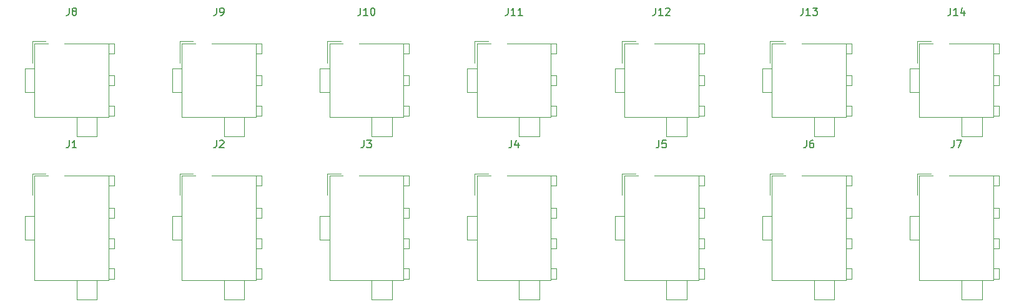
<source format=gbr>
G04 #@! TF.GenerationSoftware,KiCad,Pcbnew,(5.1.5)-3*
G04 #@! TF.CreationDate,2020-07-06T01:22:06-04:00*
G04 #@! TF.ProjectId,Master_slave Connector,4d617374-6572-45f7-936c-61766520436f,rev?*
G04 #@! TF.SameCoordinates,Original*
G04 #@! TF.FileFunction,Legend,Top*
G04 #@! TF.FilePolarity,Positive*
%FSLAX46Y46*%
G04 Gerber Fmt 4.6, Leading zero omitted, Abs format (unit mm)*
G04 Created by KiCad (PCBNEW (5.1.5)-3) date 2020-07-06 01:22:06*
%MOMM*%
%LPD*%
G04 APERTURE LIST*
%ADD10C,0.120000*%
%ADD11C,0.150000*%
G04 APERTURE END LIST*
D10*
X85938698Y-99515000D02*
X84087000Y-99515000D01*
X84087000Y-99515000D02*
X84087000Y-113705000D01*
X84087000Y-113705000D02*
X87042000Y-113705000D01*
X88145302Y-99515000D02*
X94137000Y-99515000D01*
X94137000Y-99515000D02*
X94137000Y-113705000D01*
X94137000Y-113705000D02*
X87042000Y-113705000D01*
X84087000Y-105000000D02*
X82787000Y-105000000D01*
X82787000Y-105000000D02*
X82787000Y-108220000D01*
X82787000Y-108220000D02*
X84087000Y-108220000D01*
X94137000Y-99515000D02*
X94897000Y-99515000D01*
X94897000Y-99515000D02*
X94897000Y-100875000D01*
X94897000Y-100875000D02*
X94137000Y-100875000D01*
X89802000Y-113705000D02*
X89802000Y-116296000D01*
X89802000Y-116296000D02*
X92562000Y-116296000D01*
X92562000Y-116296000D02*
X92562000Y-113705000D01*
X94137000Y-103860000D02*
X94897000Y-103860000D01*
X94897000Y-103860000D02*
X94897000Y-105220000D01*
X94897000Y-105220000D02*
X94137000Y-105220000D01*
X94137000Y-108000000D02*
X94897000Y-108000000D01*
X94897000Y-108000000D02*
X94897000Y-109360000D01*
X94897000Y-109360000D02*
X94137000Y-109360000D01*
X94137000Y-112140000D02*
X94897000Y-112140000D01*
X94897000Y-112140000D02*
X94897000Y-113500000D01*
X94897000Y-113500000D02*
X94137000Y-113500000D01*
X85621340Y-99215000D02*
X83787000Y-99215000D01*
X83787000Y-99215000D02*
X83787000Y-102125000D01*
X103787000Y-99215000D02*
X103787000Y-102125000D01*
X105621340Y-99215000D02*
X103787000Y-99215000D01*
X114897000Y-113500000D02*
X114137000Y-113500000D01*
X114897000Y-112140000D02*
X114897000Y-113500000D01*
X114137000Y-112140000D02*
X114897000Y-112140000D01*
X114897000Y-109360000D02*
X114137000Y-109360000D01*
X114897000Y-108000000D02*
X114897000Y-109360000D01*
X114137000Y-108000000D02*
X114897000Y-108000000D01*
X114897000Y-105220000D02*
X114137000Y-105220000D01*
X114897000Y-103860000D02*
X114897000Y-105220000D01*
X114137000Y-103860000D02*
X114897000Y-103860000D01*
X112562000Y-116296000D02*
X112562000Y-113705000D01*
X109802000Y-116296000D02*
X112562000Y-116296000D01*
X109802000Y-113705000D02*
X109802000Y-116296000D01*
X114897000Y-100875000D02*
X114137000Y-100875000D01*
X114897000Y-99515000D02*
X114897000Y-100875000D01*
X114137000Y-99515000D02*
X114897000Y-99515000D01*
X102787000Y-108220000D02*
X104087000Y-108220000D01*
X102787000Y-105000000D02*
X102787000Y-108220000D01*
X104087000Y-105000000D02*
X102787000Y-105000000D01*
X114137000Y-113705000D02*
X107042000Y-113705000D01*
X114137000Y-99515000D02*
X114137000Y-113705000D01*
X108145302Y-99515000D02*
X114137000Y-99515000D01*
X104087000Y-113705000D02*
X107042000Y-113705000D01*
X104087000Y-99515000D02*
X104087000Y-113705000D01*
X105938698Y-99515000D02*
X104087000Y-99515000D01*
X125938698Y-99515000D02*
X124087000Y-99515000D01*
X124087000Y-99515000D02*
X124087000Y-113705000D01*
X124087000Y-113705000D02*
X127042000Y-113705000D01*
X128145302Y-99515000D02*
X134137000Y-99515000D01*
X134137000Y-99515000D02*
X134137000Y-113705000D01*
X134137000Y-113705000D02*
X127042000Y-113705000D01*
X124087000Y-105000000D02*
X122787000Y-105000000D01*
X122787000Y-105000000D02*
X122787000Y-108220000D01*
X122787000Y-108220000D02*
X124087000Y-108220000D01*
X134137000Y-99515000D02*
X134897000Y-99515000D01*
X134897000Y-99515000D02*
X134897000Y-100875000D01*
X134897000Y-100875000D02*
X134137000Y-100875000D01*
X129802000Y-113705000D02*
X129802000Y-116296000D01*
X129802000Y-116296000D02*
X132562000Y-116296000D01*
X132562000Y-116296000D02*
X132562000Y-113705000D01*
X134137000Y-103860000D02*
X134897000Y-103860000D01*
X134897000Y-103860000D02*
X134897000Y-105220000D01*
X134897000Y-105220000D02*
X134137000Y-105220000D01*
X134137000Y-108000000D02*
X134897000Y-108000000D01*
X134897000Y-108000000D02*
X134897000Y-109360000D01*
X134897000Y-109360000D02*
X134137000Y-109360000D01*
X134137000Y-112140000D02*
X134897000Y-112140000D01*
X134897000Y-112140000D02*
X134897000Y-113500000D01*
X134897000Y-113500000D02*
X134137000Y-113500000D01*
X125621340Y-99215000D02*
X123787000Y-99215000D01*
X123787000Y-99215000D02*
X123787000Y-102125000D01*
X143787000Y-99215000D02*
X143787000Y-102125000D01*
X145621340Y-99215000D02*
X143787000Y-99215000D01*
X154897000Y-113500000D02*
X154137000Y-113500000D01*
X154897000Y-112140000D02*
X154897000Y-113500000D01*
X154137000Y-112140000D02*
X154897000Y-112140000D01*
X154897000Y-109360000D02*
X154137000Y-109360000D01*
X154897000Y-108000000D02*
X154897000Y-109360000D01*
X154137000Y-108000000D02*
X154897000Y-108000000D01*
X154897000Y-105220000D02*
X154137000Y-105220000D01*
X154897000Y-103860000D02*
X154897000Y-105220000D01*
X154137000Y-103860000D02*
X154897000Y-103860000D01*
X152562000Y-116296000D02*
X152562000Y-113705000D01*
X149802000Y-116296000D02*
X152562000Y-116296000D01*
X149802000Y-113705000D02*
X149802000Y-116296000D01*
X154897000Y-100875000D02*
X154137000Y-100875000D01*
X154897000Y-99515000D02*
X154897000Y-100875000D01*
X154137000Y-99515000D02*
X154897000Y-99515000D01*
X142787000Y-108220000D02*
X144087000Y-108220000D01*
X142787000Y-105000000D02*
X142787000Y-108220000D01*
X144087000Y-105000000D02*
X142787000Y-105000000D01*
X154137000Y-113705000D02*
X147042000Y-113705000D01*
X154137000Y-99515000D02*
X154137000Y-113705000D01*
X148145302Y-99515000D02*
X154137000Y-99515000D01*
X144087000Y-113705000D02*
X147042000Y-113705000D01*
X144087000Y-99515000D02*
X144087000Y-113705000D01*
X145938698Y-99515000D02*
X144087000Y-99515000D01*
X165938698Y-99515000D02*
X164087000Y-99515000D01*
X164087000Y-99515000D02*
X164087000Y-113705000D01*
X164087000Y-113705000D02*
X167042000Y-113705000D01*
X168145302Y-99515000D02*
X174137000Y-99515000D01*
X174137000Y-99515000D02*
X174137000Y-113705000D01*
X174137000Y-113705000D02*
X167042000Y-113705000D01*
X164087000Y-105000000D02*
X162787000Y-105000000D01*
X162787000Y-105000000D02*
X162787000Y-108220000D01*
X162787000Y-108220000D02*
X164087000Y-108220000D01*
X174137000Y-99515000D02*
X174897000Y-99515000D01*
X174897000Y-99515000D02*
X174897000Y-100875000D01*
X174897000Y-100875000D02*
X174137000Y-100875000D01*
X169802000Y-113705000D02*
X169802000Y-116296000D01*
X169802000Y-116296000D02*
X172562000Y-116296000D01*
X172562000Y-116296000D02*
X172562000Y-113705000D01*
X174137000Y-103860000D02*
X174897000Y-103860000D01*
X174897000Y-103860000D02*
X174897000Y-105220000D01*
X174897000Y-105220000D02*
X174137000Y-105220000D01*
X174137000Y-108000000D02*
X174897000Y-108000000D01*
X174897000Y-108000000D02*
X174897000Y-109360000D01*
X174897000Y-109360000D02*
X174137000Y-109360000D01*
X174137000Y-112140000D02*
X174897000Y-112140000D01*
X174897000Y-112140000D02*
X174897000Y-113500000D01*
X174897000Y-113500000D02*
X174137000Y-113500000D01*
X165621340Y-99215000D02*
X163787000Y-99215000D01*
X163787000Y-99215000D02*
X163787000Y-102125000D01*
X183787000Y-99215000D02*
X183787000Y-102125000D01*
X185621340Y-99215000D02*
X183787000Y-99215000D01*
X194897000Y-113500000D02*
X194137000Y-113500000D01*
X194897000Y-112140000D02*
X194897000Y-113500000D01*
X194137000Y-112140000D02*
X194897000Y-112140000D01*
X194897000Y-109360000D02*
X194137000Y-109360000D01*
X194897000Y-108000000D02*
X194897000Y-109360000D01*
X194137000Y-108000000D02*
X194897000Y-108000000D01*
X194897000Y-105220000D02*
X194137000Y-105220000D01*
X194897000Y-103860000D02*
X194897000Y-105220000D01*
X194137000Y-103860000D02*
X194897000Y-103860000D01*
X192562000Y-116296000D02*
X192562000Y-113705000D01*
X189802000Y-116296000D02*
X192562000Y-116296000D01*
X189802000Y-113705000D02*
X189802000Y-116296000D01*
X194897000Y-100875000D02*
X194137000Y-100875000D01*
X194897000Y-99515000D02*
X194897000Y-100875000D01*
X194137000Y-99515000D02*
X194897000Y-99515000D01*
X182787000Y-108220000D02*
X184087000Y-108220000D01*
X182787000Y-105000000D02*
X182787000Y-108220000D01*
X184087000Y-105000000D02*
X182787000Y-105000000D01*
X194137000Y-113705000D02*
X187042000Y-113705000D01*
X194137000Y-99515000D02*
X194137000Y-113705000D01*
X188145302Y-99515000D02*
X194137000Y-99515000D01*
X184087000Y-113705000D02*
X187042000Y-113705000D01*
X184087000Y-99515000D02*
X184087000Y-113705000D01*
X185938698Y-99515000D02*
X184087000Y-99515000D01*
X205938698Y-99515000D02*
X204087000Y-99515000D01*
X204087000Y-99515000D02*
X204087000Y-113705000D01*
X204087000Y-113705000D02*
X207042000Y-113705000D01*
X208145302Y-99515000D02*
X214137000Y-99515000D01*
X214137000Y-99515000D02*
X214137000Y-113705000D01*
X214137000Y-113705000D02*
X207042000Y-113705000D01*
X204087000Y-105000000D02*
X202787000Y-105000000D01*
X202787000Y-105000000D02*
X202787000Y-108220000D01*
X202787000Y-108220000D02*
X204087000Y-108220000D01*
X214137000Y-99515000D02*
X214897000Y-99515000D01*
X214897000Y-99515000D02*
X214897000Y-100875000D01*
X214897000Y-100875000D02*
X214137000Y-100875000D01*
X209802000Y-113705000D02*
X209802000Y-116296000D01*
X209802000Y-116296000D02*
X212562000Y-116296000D01*
X212562000Y-116296000D02*
X212562000Y-113705000D01*
X214137000Y-103860000D02*
X214897000Y-103860000D01*
X214897000Y-103860000D02*
X214897000Y-105220000D01*
X214897000Y-105220000D02*
X214137000Y-105220000D01*
X214137000Y-108000000D02*
X214897000Y-108000000D01*
X214897000Y-108000000D02*
X214897000Y-109360000D01*
X214897000Y-109360000D02*
X214137000Y-109360000D01*
X214137000Y-112140000D02*
X214897000Y-112140000D01*
X214897000Y-112140000D02*
X214897000Y-113500000D01*
X214897000Y-113500000D02*
X214137000Y-113500000D01*
X205621340Y-99215000D02*
X203787000Y-99215000D01*
X203787000Y-99215000D02*
X203787000Y-102125000D01*
X83787000Y-81215000D02*
X83787000Y-84125000D01*
X85621340Y-81215000D02*
X83787000Y-81215000D01*
X94897000Y-91360000D02*
X94137000Y-91360000D01*
X94897000Y-90000000D02*
X94897000Y-91360000D01*
X94137000Y-90000000D02*
X94897000Y-90000000D01*
X94897000Y-87220000D02*
X94137000Y-87220000D01*
X94897000Y-85860000D02*
X94897000Y-87220000D01*
X94137000Y-85860000D02*
X94897000Y-85860000D01*
X92562000Y-94156000D02*
X92562000Y-91565000D01*
X89802000Y-94156000D02*
X92562000Y-94156000D01*
X89802000Y-91565000D02*
X89802000Y-94156000D01*
X94897000Y-82875000D02*
X94137000Y-82875000D01*
X94897000Y-81515000D02*
X94897000Y-82875000D01*
X94137000Y-81515000D02*
X94897000Y-81515000D01*
X82787000Y-88150000D02*
X84087000Y-88150000D01*
X82787000Y-84930000D02*
X82787000Y-88150000D01*
X84087000Y-84930000D02*
X82787000Y-84930000D01*
X94137000Y-91565000D02*
X87042000Y-91565000D01*
X94137000Y-81515000D02*
X94137000Y-91565000D01*
X88145302Y-81515000D02*
X94137000Y-81515000D01*
X84087000Y-91565000D02*
X87042000Y-91565000D01*
X84087000Y-81515000D02*
X84087000Y-91565000D01*
X85938698Y-81515000D02*
X84087000Y-81515000D01*
X105938698Y-81515000D02*
X104087000Y-81515000D01*
X104087000Y-81515000D02*
X104087000Y-91565000D01*
X104087000Y-91565000D02*
X107042000Y-91565000D01*
X108145302Y-81515000D02*
X114137000Y-81515000D01*
X114137000Y-81515000D02*
X114137000Y-91565000D01*
X114137000Y-91565000D02*
X107042000Y-91565000D01*
X104087000Y-84930000D02*
X102787000Y-84930000D01*
X102787000Y-84930000D02*
X102787000Y-88150000D01*
X102787000Y-88150000D02*
X104087000Y-88150000D01*
X114137000Y-81515000D02*
X114897000Y-81515000D01*
X114897000Y-81515000D02*
X114897000Y-82875000D01*
X114897000Y-82875000D02*
X114137000Y-82875000D01*
X109802000Y-91565000D02*
X109802000Y-94156000D01*
X109802000Y-94156000D02*
X112562000Y-94156000D01*
X112562000Y-94156000D02*
X112562000Y-91565000D01*
X114137000Y-85860000D02*
X114897000Y-85860000D01*
X114897000Y-85860000D02*
X114897000Y-87220000D01*
X114897000Y-87220000D02*
X114137000Y-87220000D01*
X114137000Y-90000000D02*
X114897000Y-90000000D01*
X114897000Y-90000000D02*
X114897000Y-91360000D01*
X114897000Y-91360000D02*
X114137000Y-91360000D01*
X105621340Y-81215000D02*
X103787000Y-81215000D01*
X103787000Y-81215000D02*
X103787000Y-84125000D01*
X123787000Y-81215000D02*
X123787000Y-84125000D01*
X125621340Y-81215000D02*
X123787000Y-81215000D01*
X134897000Y-91360000D02*
X134137000Y-91360000D01*
X134897000Y-90000000D02*
X134897000Y-91360000D01*
X134137000Y-90000000D02*
X134897000Y-90000000D01*
X134897000Y-87220000D02*
X134137000Y-87220000D01*
X134897000Y-85860000D02*
X134897000Y-87220000D01*
X134137000Y-85860000D02*
X134897000Y-85860000D01*
X132562000Y-94156000D02*
X132562000Y-91565000D01*
X129802000Y-94156000D02*
X132562000Y-94156000D01*
X129802000Y-91565000D02*
X129802000Y-94156000D01*
X134897000Y-82875000D02*
X134137000Y-82875000D01*
X134897000Y-81515000D02*
X134897000Y-82875000D01*
X134137000Y-81515000D02*
X134897000Y-81515000D01*
X122787000Y-88150000D02*
X124087000Y-88150000D01*
X122787000Y-84930000D02*
X122787000Y-88150000D01*
X124087000Y-84930000D02*
X122787000Y-84930000D01*
X134137000Y-91565000D02*
X127042000Y-91565000D01*
X134137000Y-81515000D02*
X134137000Y-91565000D01*
X128145302Y-81515000D02*
X134137000Y-81515000D01*
X124087000Y-91565000D02*
X127042000Y-91565000D01*
X124087000Y-81515000D02*
X124087000Y-91565000D01*
X125938698Y-81515000D02*
X124087000Y-81515000D01*
X145938698Y-81515000D02*
X144087000Y-81515000D01*
X144087000Y-81515000D02*
X144087000Y-91565000D01*
X144087000Y-91565000D02*
X147042000Y-91565000D01*
X148145302Y-81515000D02*
X154137000Y-81515000D01*
X154137000Y-81515000D02*
X154137000Y-91565000D01*
X154137000Y-91565000D02*
X147042000Y-91565000D01*
X144087000Y-84930000D02*
X142787000Y-84930000D01*
X142787000Y-84930000D02*
X142787000Y-88150000D01*
X142787000Y-88150000D02*
X144087000Y-88150000D01*
X154137000Y-81515000D02*
X154897000Y-81515000D01*
X154897000Y-81515000D02*
X154897000Y-82875000D01*
X154897000Y-82875000D02*
X154137000Y-82875000D01*
X149802000Y-91565000D02*
X149802000Y-94156000D01*
X149802000Y-94156000D02*
X152562000Y-94156000D01*
X152562000Y-94156000D02*
X152562000Y-91565000D01*
X154137000Y-85860000D02*
X154897000Y-85860000D01*
X154897000Y-85860000D02*
X154897000Y-87220000D01*
X154897000Y-87220000D02*
X154137000Y-87220000D01*
X154137000Y-90000000D02*
X154897000Y-90000000D01*
X154897000Y-90000000D02*
X154897000Y-91360000D01*
X154897000Y-91360000D02*
X154137000Y-91360000D01*
X145621340Y-81215000D02*
X143787000Y-81215000D01*
X143787000Y-81215000D02*
X143787000Y-84125000D01*
X163787000Y-81215000D02*
X163787000Y-84125000D01*
X165621340Y-81215000D02*
X163787000Y-81215000D01*
X174897000Y-91360000D02*
X174137000Y-91360000D01*
X174897000Y-90000000D02*
X174897000Y-91360000D01*
X174137000Y-90000000D02*
X174897000Y-90000000D01*
X174897000Y-87220000D02*
X174137000Y-87220000D01*
X174897000Y-85860000D02*
X174897000Y-87220000D01*
X174137000Y-85860000D02*
X174897000Y-85860000D01*
X172562000Y-94156000D02*
X172562000Y-91565000D01*
X169802000Y-94156000D02*
X172562000Y-94156000D01*
X169802000Y-91565000D02*
X169802000Y-94156000D01*
X174897000Y-82875000D02*
X174137000Y-82875000D01*
X174897000Y-81515000D02*
X174897000Y-82875000D01*
X174137000Y-81515000D02*
X174897000Y-81515000D01*
X162787000Y-88150000D02*
X164087000Y-88150000D01*
X162787000Y-84930000D02*
X162787000Y-88150000D01*
X164087000Y-84930000D02*
X162787000Y-84930000D01*
X174137000Y-91565000D02*
X167042000Y-91565000D01*
X174137000Y-81515000D02*
X174137000Y-91565000D01*
X168145302Y-81515000D02*
X174137000Y-81515000D01*
X164087000Y-91565000D02*
X167042000Y-91565000D01*
X164087000Y-81515000D02*
X164087000Y-91565000D01*
X165938698Y-81515000D02*
X164087000Y-81515000D01*
X185938698Y-81515000D02*
X184087000Y-81515000D01*
X184087000Y-81515000D02*
X184087000Y-91565000D01*
X184087000Y-91565000D02*
X187042000Y-91565000D01*
X188145302Y-81515000D02*
X194137000Y-81515000D01*
X194137000Y-81515000D02*
X194137000Y-91565000D01*
X194137000Y-91565000D02*
X187042000Y-91565000D01*
X184087000Y-84930000D02*
X182787000Y-84930000D01*
X182787000Y-84930000D02*
X182787000Y-88150000D01*
X182787000Y-88150000D02*
X184087000Y-88150000D01*
X194137000Y-81515000D02*
X194897000Y-81515000D01*
X194897000Y-81515000D02*
X194897000Y-82875000D01*
X194897000Y-82875000D02*
X194137000Y-82875000D01*
X189802000Y-91565000D02*
X189802000Y-94156000D01*
X189802000Y-94156000D02*
X192562000Y-94156000D01*
X192562000Y-94156000D02*
X192562000Y-91565000D01*
X194137000Y-85860000D02*
X194897000Y-85860000D01*
X194897000Y-85860000D02*
X194897000Y-87220000D01*
X194897000Y-87220000D02*
X194137000Y-87220000D01*
X194137000Y-90000000D02*
X194897000Y-90000000D01*
X194897000Y-90000000D02*
X194897000Y-91360000D01*
X194897000Y-91360000D02*
X194137000Y-91360000D01*
X185621340Y-81215000D02*
X183787000Y-81215000D01*
X183787000Y-81215000D02*
X183787000Y-84125000D01*
X205938698Y-81515000D02*
X204087000Y-81515000D01*
X204087000Y-81515000D02*
X204087000Y-91565000D01*
X204087000Y-91565000D02*
X207042000Y-91565000D01*
X208145302Y-81515000D02*
X214137000Y-81515000D01*
X214137000Y-81515000D02*
X214137000Y-91565000D01*
X214137000Y-91565000D02*
X207042000Y-91565000D01*
X204087000Y-84930000D02*
X202787000Y-84930000D01*
X202787000Y-84930000D02*
X202787000Y-88150000D01*
X202787000Y-88150000D02*
X204087000Y-88150000D01*
X214137000Y-81515000D02*
X214897000Y-81515000D01*
X214897000Y-81515000D02*
X214897000Y-82875000D01*
X214897000Y-82875000D02*
X214137000Y-82875000D01*
X209802000Y-91565000D02*
X209802000Y-94156000D01*
X209802000Y-94156000D02*
X212562000Y-94156000D01*
X212562000Y-94156000D02*
X212562000Y-91565000D01*
X214137000Y-85860000D02*
X214897000Y-85860000D01*
X214897000Y-85860000D02*
X214897000Y-87220000D01*
X214897000Y-87220000D02*
X214137000Y-87220000D01*
X214137000Y-90000000D02*
X214897000Y-90000000D01*
X214897000Y-90000000D02*
X214897000Y-91360000D01*
X214897000Y-91360000D02*
X214137000Y-91360000D01*
X205621340Y-81215000D02*
X203787000Y-81215000D01*
X203787000Y-81215000D02*
X203787000Y-84125000D01*
D11*
X88778666Y-94692380D02*
X88778666Y-95406666D01*
X88731047Y-95549523D01*
X88635809Y-95644761D01*
X88492952Y-95692380D01*
X88397714Y-95692380D01*
X89778666Y-95692380D02*
X89207238Y-95692380D01*
X89492952Y-95692380D02*
X89492952Y-94692380D01*
X89397714Y-94835238D01*
X89302476Y-94930476D01*
X89207238Y-94978095D01*
X108778666Y-94692380D02*
X108778666Y-95406666D01*
X108731047Y-95549523D01*
X108635809Y-95644761D01*
X108492952Y-95692380D01*
X108397714Y-95692380D01*
X109207238Y-94787619D02*
X109254857Y-94740000D01*
X109350095Y-94692380D01*
X109588190Y-94692380D01*
X109683428Y-94740000D01*
X109731047Y-94787619D01*
X109778666Y-94882857D01*
X109778666Y-94978095D01*
X109731047Y-95120952D01*
X109159619Y-95692380D01*
X109778666Y-95692380D01*
X128778666Y-94692380D02*
X128778666Y-95406666D01*
X128731047Y-95549523D01*
X128635809Y-95644761D01*
X128492952Y-95692380D01*
X128397714Y-95692380D01*
X129159619Y-94692380D02*
X129778666Y-94692380D01*
X129445333Y-95073333D01*
X129588190Y-95073333D01*
X129683428Y-95120952D01*
X129731047Y-95168571D01*
X129778666Y-95263809D01*
X129778666Y-95501904D01*
X129731047Y-95597142D01*
X129683428Y-95644761D01*
X129588190Y-95692380D01*
X129302476Y-95692380D01*
X129207238Y-95644761D01*
X129159619Y-95597142D01*
X148778666Y-94692380D02*
X148778666Y-95406666D01*
X148731047Y-95549523D01*
X148635809Y-95644761D01*
X148492952Y-95692380D01*
X148397714Y-95692380D01*
X149683428Y-95025714D02*
X149683428Y-95692380D01*
X149445333Y-94644761D02*
X149207238Y-95359047D01*
X149826285Y-95359047D01*
X168778666Y-94692380D02*
X168778666Y-95406666D01*
X168731047Y-95549523D01*
X168635809Y-95644761D01*
X168492952Y-95692380D01*
X168397714Y-95692380D01*
X169731047Y-94692380D02*
X169254857Y-94692380D01*
X169207238Y-95168571D01*
X169254857Y-95120952D01*
X169350095Y-95073333D01*
X169588190Y-95073333D01*
X169683428Y-95120952D01*
X169731047Y-95168571D01*
X169778666Y-95263809D01*
X169778666Y-95501904D01*
X169731047Y-95597142D01*
X169683428Y-95644761D01*
X169588190Y-95692380D01*
X169350095Y-95692380D01*
X169254857Y-95644761D01*
X169207238Y-95597142D01*
X188778666Y-94692380D02*
X188778666Y-95406666D01*
X188731047Y-95549523D01*
X188635809Y-95644761D01*
X188492952Y-95692380D01*
X188397714Y-95692380D01*
X189683428Y-94692380D02*
X189492952Y-94692380D01*
X189397714Y-94740000D01*
X189350095Y-94787619D01*
X189254857Y-94930476D01*
X189207238Y-95120952D01*
X189207238Y-95501904D01*
X189254857Y-95597142D01*
X189302476Y-95644761D01*
X189397714Y-95692380D01*
X189588190Y-95692380D01*
X189683428Y-95644761D01*
X189731047Y-95597142D01*
X189778666Y-95501904D01*
X189778666Y-95263809D01*
X189731047Y-95168571D01*
X189683428Y-95120952D01*
X189588190Y-95073333D01*
X189397714Y-95073333D01*
X189302476Y-95120952D01*
X189254857Y-95168571D01*
X189207238Y-95263809D01*
X208778666Y-94692380D02*
X208778666Y-95406666D01*
X208731047Y-95549523D01*
X208635809Y-95644761D01*
X208492952Y-95692380D01*
X208397714Y-95692380D01*
X209159619Y-94692380D02*
X209826285Y-94692380D01*
X209397714Y-95692380D01*
X88778666Y-76692380D02*
X88778666Y-77406666D01*
X88731047Y-77549523D01*
X88635809Y-77644761D01*
X88492952Y-77692380D01*
X88397714Y-77692380D01*
X89397714Y-77120952D02*
X89302476Y-77073333D01*
X89254857Y-77025714D01*
X89207238Y-76930476D01*
X89207238Y-76882857D01*
X89254857Y-76787619D01*
X89302476Y-76740000D01*
X89397714Y-76692380D01*
X89588190Y-76692380D01*
X89683428Y-76740000D01*
X89731047Y-76787619D01*
X89778666Y-76882857D01*
X89778666Y-76930476D01*
X89731047Y-77025714D01*
X89683428Y-77073333D01*
X89588190Y-77120952D01*
X89397714Y-77120952D01*
X89302476Y-77168571D01*
X89254857Y-77216190D01*
X89207238Y-77311428D01*
X89207238Y-77501904D01*
X89254857Y-77597142D01*
X89302476Y-77644761D01*
X89397714Y-77692380D01*
X89588190Y-77692380D01*
X89683428Y-77644761D01*
X89731047Y-77597142D01*
X89778666Y-77501904D01*
X89778666Y-77311428D01*
X89731047Y-77216190D01*
X89683428Y-77168571D01*
X89588190Y-77120952D01*
X108778666Y-76692380D02*
X108778666Y-77406666D01*
X108731047Y-77549523D01*
X108635809Y-77644761D01*
X108492952Y-77692380D01*
X108397714Y-77692380D01*
X109302476Y-77692380D02*
X109492952Y-77692380D01*
X109588190Y-77644761D01*
X109635809Y-77597142D01*
X109731047Y-77454285D01*
X109778666Y-77263809D01*
X109778666Y-76882857D01*
X109731047Y-76787619D01*
X109683428Y-76740000D01*
X109588190Y-76692380D01*
X109397714Y-76692380D01*
X109302476Y-76740000D01*
X109254857Y-76787619D01*
X109207238Y-76882857D01*
X109207238Y-77120952D01*
X109254857Y-77216190D01*
X109302476Y-77263809D01*
X109397714Y-77311428D01*
X109588190Y-77311428D01*
X109683428Y-77263809D01*
X109731047Y-77216190D01*
X109778666Y-77120952D01*
X128302476Y-76692380D02*
X128302476Y-77406666D01*
X128254857Y-77549523D01*
X128159619Y-77644761D01*
X128016761Y-77692380D01*
X127921523Y-77692380D01*
X129302476Y-77692380D02*
X128731047Y-77692380D01*
X129016761Y-77692380D02*
X129016761Y-76692380D01*
X128921523Y-76835238D01*
X128826285Y-76930476D01*
X128731047Y-76978095D01*
X129921523Y-76692380D02*
X130016761Y-76692380D01*
X130112000Y-76740000D01*
X130159619Y-76787619D01*
X130207238Y-76882857D01*
X130254857Y-77073333D01*
X130254857Y-77311428D01*
X130207238Y-77501904D01*
X130159619Y-77597142D01*
X130112000Y-77644761D01*
X130016761Y-77692380D01*
X129921523Y-77692380D01*
X129826285Y-77644761D01*
X129778666Y-77597142D01*
X129731047Y-77501904D01*
X129683428Y-77311428D01*
X129683428Y-77073333D01*
X129731047Y-76882857D01*
X129778666Y-76787619D01*
X129826285Y-76740000D01*
X129921523Y-76692380D01*
X148302476Y-76692380D02*
X148302476Y-77406666D01*
X148254857Y-77549523D01*
X148159619Y-77644761D01*
X148016761Y-77692380D01*
X147921523Y-77692380D01*
X149302476Y-77692380D02*
X148731047Y-77692380D01*
X149016761Y-77692380D02*
X149016761Y-76692380D01*
X148921523Y-76835238D01*
X148826285Y-76930476D01*
X148731047Y-76978095D01*
X150254857Y-77692380D02*
X149683428Y-77692380D01*
X149969142Y-77692380D02*
X149969142Y-76692380D01*
X149873904Y-76835238D01*
X149778666Y-76930476D01*
X149683428Y-76978095D01*
X168302476Y-76692380D02*
X168302476Y-77406666D01*
X168254857Y-77549523D01*
X168159619Y-77644761D01*
X168016761Y-77692380D01*
X167921523Y-77692380D01*
X169302476Y-77692380D02*
X168731047Y-77692380D01*
X169016761Y-77692380D02*
X169016761Y-76692380D01*
X168921523Y-76835238D01*
X168826285Y-76930476D01*
X168731047Y-76978095D01*
X169683428Y-76787619D02*
X169731047Y-76740000D01*
X169826285Y-76692380D01*
X170064380Y-76692380D01*
X170159619Y-76740000D01*
X170207238Y-76787619D01*
X170254857Y-76882857D01*
X170254857Y-76978095D01*
X170207238Y-77120952D01*
X169635809Y-77692380D01*
X170254857Y-77692380D01*
X188302476Y-76692380D02*
X188302476Y-77406666D01*
X188254857Y-77549523D01*
X188159619Y-77644761D01*
X188016761Y-77692380D01*
X187921523Y-77692380D01*
X189302476Y-77692380D02*
X188731047Y-77692380D01*
X189016761Y-77692380D02*
X189016761Y-76692380D01*
X188921523Y-76835238D01*
X188826285Y-76930476D01*
X188731047Y-76978095D01*
X189635809Y-76692380D02*
X190254857Y-76692380D01*
X189921523Y-77073333D01*
X190064380Y-77073333D01*
X190159619Y-77120952D01*
X190207238Y-77168571D01*
X190254857Y-77263809D01*
X190254857Y-77501904D01*
X190207238Y-77597142D01*
X190159619Y-77644761D01*
X190064380Y-77692380D01*
X189778666Y-77692380D01*
X189683428Y-77644761D01*
X189635809Y-77597142D01*
X208302476Y-76692380D02*
X208302476Y-77406666D01*
X208254857Y-77549523D01*
X208159619Y-77644761D01*
X208016761Y-77692380D01*
X207921523Y-77692380D01*
X209302476Y-77692380D02*
X208731047Y-77692380D01*
X209016761Y-77692380D02*
X209016761Y-76692380D01*
X208921523Y-76835238D01*
X208826285Y-76930476D01*
X208731047Y-76978095D01*
X210159619Y-77025714D02*
X210159619Y-77692380D01*
X209921523Y-76644761D02*
X209683428Y-77359047D01*
X210302476Y-77359047D01*
M02*

</source>
